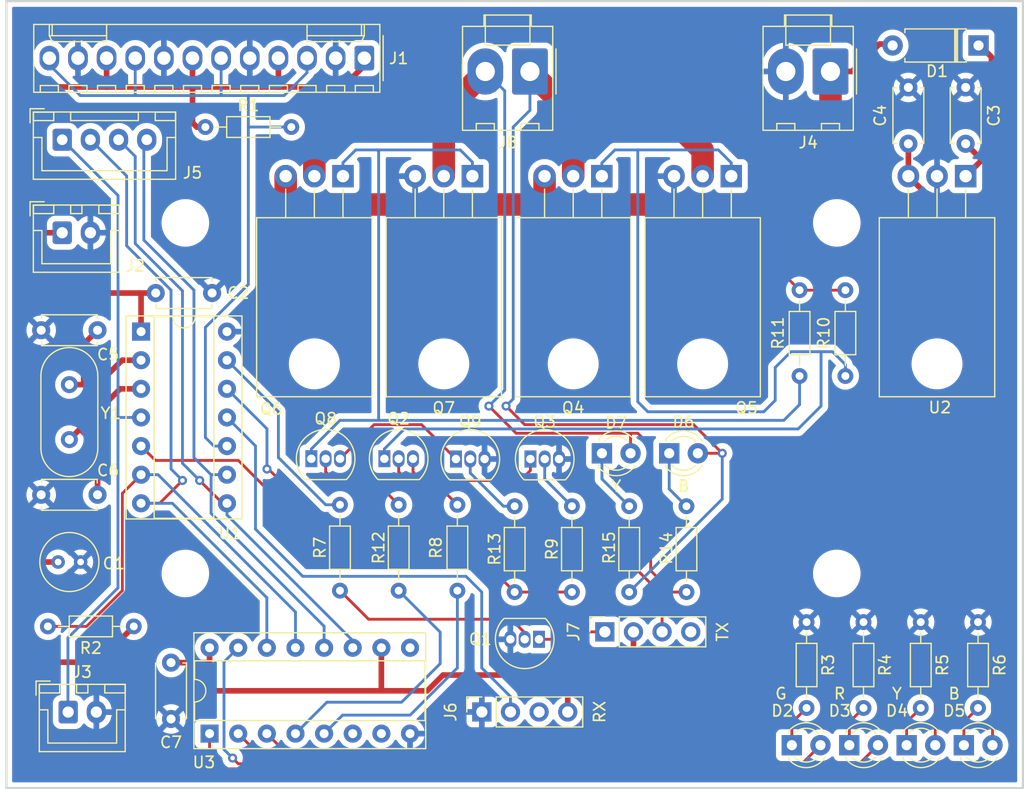
<source format=kicad_pcb>
(kicad_pcb (version 20211014) (generator pcbnew)
  (layers (0 "F.Cu" signal) (31 "B.Cu" signal) (34 "B.Paste" user) (35 "F.Paste" user) (36 "B.SilkS" user "B.Silkscreen") (37 "F.SilkS" user "F.Silkscreen") (38 "B.Mask" user) (39 "F.Mask" user) (44 "Edge.Cuts" user))
  (net 0 "")
  (net 1 "+5V")
  (net 2 "GND")
  (net 3 "/RAD_RX")
  (net 4 "/RAD_TX_EN")
  (net 5 "Net-(Q6-Pad1)")
  (net 6 "/motor/Motor_1")
  (net 7 "+10V")
  (net 8 "Net-(Q8-Pad2)")
  (net 9 "Motor_PWM")
  (net 10 "/motor/Motor_2")
  (net 11 "/SR_RCLK")
  (net 12 "/SR_SER")
  (net 13 "/SR_CLK")
  (net 14 "/SR_OE")
  (net 15 "/OneWire")
  (net 16 "/RAD_TX")
  (net 17 "/LED_G")
  (net 18 "Net-(D2-Pad1)")
  (net 19 "/LED_R")
  (net 20 "Net-(D3-Pad1)")
  (net 21 "/LED_Y")
  (net 22 "Net-(D4-Pad1)")
  (net 23 "/LED_B")
  (net 24 "Net-(D5-Pad1)")
  (net 25 "Net-(D6-Pad1)")
  (net 30 "Net-(J7-Pad1)")
  (net 32 "Motor_A")
  (net 33 "Motor_B")
  (net 34 "Net-(Q1-Pad2)")
  (net 35 "/Reset")
  (net 36 "Net-(Q3-Pad2)")
  (net 37 "Net-(Q2-Pad1)")
  (net 38 "Net-(Q2-Pad2)")
  (net 39 "Net-(Q2-Pad3)")
  (net 40 "Net-(Q8-Pad3)")
  (net 41 "Net-(Q9-Pad2)")
  (net 42 "Net-(D7-Pad1)")
  (net 43 "Net-(C3-Pad2)")
  (net 44 "/XTAL1")
  (net 45 "/XTAL2")
  (footprint "Capacitor_THT:C_Disc_D4.7mm_W2.5mm_P5.00mm" (layer "F.Cu") (at 73.192 51.816)
    (fp_text reference "C2")
    (fp_text value "10nF")
  )
  (footprint "Crystal:Crystal_HC49-4H_Vertical" (layer "F.Cu") (at 65.532 59.944 -90)
    (fp_text reference "Y1")
    (fp_text value "8MHz")
  )
  (footprint "Resistor_THT:R_Axial_DIN0204_L3.6mm_D1.6mm_P7.62mm_Horizontal" (layer "F.Cu") (at 115.189 78.359 90)
    (fp_text reference "R15")
    (fp_text value "1k")
  )
  (footprint "Capacitor_THT:C_Disc_D4.7mm_W2.5mm_P5.00mm" (layer "F.Cu") (at 139.954 38.568 90)
    (fp_text reference "C4")
    (fp_text value "100nF")
  )
  (footprint "Capacitor_THT:C_Disc_D4.7mm_W2.5mm_P5.00mm" (layer "F.Cu") (at 68.032 55.118 180)
    (fp_text reference "C5")
    (fp_text value "22pF")
  )
  (footprint "Resistor_THT:R_Axial_DIN0204_L3.6mm_D1.6mm_P7.62mm_Horizontal" (layer "F.Cu") (at 120.269 78.359 90)
    (fp_text reference "R14")
    (fp_text value "5k")
  )
  (footprint "Package_TO_SOT_THT:TO-220-3_Horizontal_TabDown" (layer "F.Cu") (at 112.7627 41.443 180)
    (fp_text reference "Q4")
    (fp_text value "IRF9530N")
  )
  (footprint "Package_DIP:DIP-16_W7.62mm_Socket" (layer "F.Cu") (at 77.968 90.922 90)
    (fp_text reference "U3")
    (fp_text value "74HC595")
  )
  (footprint "MountingHole:MountingHole_3.2mm_M3" (layer "F.Cu") (at 75.819 76.708)
    (fp_text reference "H4" hide)
    (fp_text value "MountingHole" hide)
  )
  (footprint "LED_THT:LED_D3.0mm" (layer "F.Cu") (at 112.771 66.04)
    (fp_text reference "D7")
    (fp_text value "LED_Sm_Y")
  )
  (footprint "Package_TO_SOT_THT:TO-220-3_Horizontal_TabDown" (layer "F.Cu") (at 101.2819 41.443 180)
    (fp_text reference "Q7")
    (fp_text value "IRF530N")
  )
  (footprint "Resistor_THT:R_Axial_DIN0204_L3.6mm_D1.6mm_P7.62mm_Horizontal" (layer "F.Cu") (at 71.247 81.407 180)
    (fp_text reference "R2")
    (fp_text value "5k")
  )
  (footprint "LED_THT:LED_D3.0mm" (layer "F.Cu") (at 118.74 66.04)
    (fp_text reference "D6")
    (fp_text value "LED_Sm_B")
  )
  (footprint "Package_TO_SOT_THT:TO-220-3_Horizontal_TabDown" (layer "F.Cu") (at 145.034 41.443 180)
    (fp_text reference "U2")
    (fp_text value "L7805")
  )
  (footprint "Package_DIP:DIP-14_W7.62mm_Socket" (layer "F.Cu") (at 71.892 55.24)
    (fp_text reference "U1")
    (fp_text value "ATtiny84A-P")
  )
  (footprint "MountingHole:MountingHole_3.2mm_M3" (layer "F.Cu") (at 75.819 45.593)
    (fp_text reference "H3" hide)
    (fp_text value "MountingHole" hide)
  )
  (footprint "Resistor_THT:R_Axial_DIN0204_L3.6mm_D1.6mm_P7.62mm_Horizontal" (layer "F.Cu") (at 134.366 59.182 90)
    (fp_text reference "R10")
    (fp_text value "2k")
  )
  (footprint "Capacitor_THT:C_Disc_D4.7mm_W2.5mm_P5.00mm" (layer "F.Cu") (at 145.034 33.568 -90)
    (fp_text reference "C3")
    (fp_text value "330nF")
  )
  (footprint "Package_TO_SOT_THT:TO-220-3_Horizontal_TabDown" (layer "F.Cu") (at 124.2435 41.443 180)
    (fp_text reference "Q5")
    (fp_text value "IRF530N")
  )
  (footprint "MountingHole:MountingHole_3.2mm_M3" (layer "F.Cu") (at 133.604 76.708)
    (fp_text reference "H1" hide)
    (fp_text value "MountingHole" hide)
  )
  (footprint "Resistor_THT:R_Axial_DIN0204_L3.6mm_D1.6mm_P7.62mm_Horizontal" (layer "F.Cu") (at 94.742 70.612 -90)
    (fp_text reference "R12")
    (fp_text value "1k")
  )
  (footprint "LED_THT:LED_D3.0mm" (layer "F.Cu") (at 139.7966 91.948)
    (fp_text reference "D4")
    (fp_text value "LED_Sm_Y")
  )
  (footprint "LED_THT:LED_D3.0mm" (layer "F.Cu") (at 144.8766 91.948)
    (fp_text reference "D5")
    (fp_text value "LED_Sm_B")
  )
  (footprint "Resistor_THT:R_Axial_DIN0204_L3.6mm_D1.6mm_P7.62mm_Horizontal" (layer "F.Cu") (at 141.0516 81.026 -90)
    (fp_text reference "R5")
    (fp_text value "1k")
  )
  (footprint "Diode_THT:D_A-405_P7.62mm_Horizontal" (layer "F.Cu") (at 146.177 29.845 180)
    (fp_text reference "D1")
    (fp_text value "1N5408RL")
  )
  (footprint "Connector_PinSocket_2.54mm:PinSocket_1x04_P2.54mm_Vertical" (layer "F.Cu") (at 102.118 89.002 90)
    (fp_text reference "J6")
    (fp_text value "RX_PinHeader_1x04_P2.54mm")
  )
  (footprint "Package_TO_SOT_THT:TO-92_Inline" (layer "F.Cu") (at 86.995 66.527)
    (fp_text reference "Q8")
    (fp_text value "BC549C")
  )
  (footprint "Resistor_THT:R_Axial_DIN0204_L3.6mm_D1.6mm_P7.62mm_Horizontal" (layer "F.Cu") (at 146.1316 81.026 -90)
    (fp_text reference "R6")
    (fp_text value "5k")
  )
  (footprint "Resistor_THT:R_Axial_DIN0204_L3.6mm_D1.6mm_P7.62mm_Horizontal" (layer "F.Cu") (at 89.535 78.232 90)
    (fp_text reference "R7")
    (fp_text value "5k")
  )
  (footprint "Resistor_THT:R_Axial_DIN0204_L3.6mm_D1.6mm_P7.62mm_Horizontal" (layer "F.Cu") (at 105.029 70.739 -90)
    (fp_text reference "R13")
    (fp_text value "1k")
  )
  (footprint "Connector_PinSocket_2.54mm:PinSocket_1x04_P2.54mm_Vertical" (layer "F.Cu") (at 113.03 81.89 90)
    (fp_text reference "J7")
    (fp_text value "TX_PinHeader_1x04_P2.54mm")
  )
  (footprint "Capacitor_THT:C_Radial_D5.0mm_H7.0mm_P2.00mm" (layer "F.Cu") (at 64.532 75.692)
    (fp_text reference "C1")
    (fp_text value "100uF")
  )
  (footprint "Connector_Molex:Molex_KK-396_A-41791-0002_1x02_P3.96mm_Vertical" (layer "F.Cu") (at 133.044 32.153 180)
    (fp_text reference "J4")
    (fp_text value "Conn_01x02_Male")
  )
  (footprint "Connector_Molex:Molex_KK-254_AE-6410-12A_1x12_P2.54mm_Vertical" (layer "F.Cu") (at 91.694 30.968 180)
    (fp_text reference "J1")
    (fp_text value "Conn_01x12_Male")
  )
  (footprint "Resistor_THT:R_Axial_DIN0204_L3.6mm_D1.6mm_P7.62mm_Horizontal" (layer "F.Cu") (at 130.9226 81.026 -90)
    (fp_text reference "R3")
    (fp_text value "5k")
  )
  (footprint "MountingHole:MountingHole_3.2mm_M3" (layer "F.Cu") (at 133.604 45.593)
    (fp_text reference "H2" hide)
    (fp_text value "MountingHole" hide)
  )
  (footprint "LED_THT:LED_D3.0mm" (layer "F.Cu") (at 129.6166 91.948)
    (fp_text reference "D2")
    (fp_text value "LED_Sm_G")
  )
  (footprint "Package_TO_SOT_THT:TO-92_Inline" (layer "F.Cu") (at 99.822 66.548)
    (fp_text reference "Q9")
    (fp_text value "BC549C")
  )
  (footprint "Resistor_THT:R_Axial_DIN0204_L3.6mm_D1.6mm_P7.62mm_Horizontal" (layer "F.Cu") (at 130.302 59.182 90)
    (fp_text reference "R11")
    (fp_text value "2k")
  )
  (footprint "Connector_JST:JST_XH_B2B-XH-A_1x02_P2.50mm_Vertical" (layer "F.Cu") (at 64.897 46.465)
    (fp_text reference "J2")
    (fp_text value "Conn_01x02_Male")
  )
  (footprint "Capacitor_THT:C_Disc_D4.7mm_W2.5mm_P5.00mm" (layer "F.Cu") (at 74.549 84.622 -90)
    (fp_text reference "C7")
    (fp_text value "10nF")
  )
  (footprint "Capacitor_THT:C_Disc_D4.7mm_W2.5mm_P5.00mm" (layer "F.Cu") (at 68.032 69.723 180)
    (fp_text reference "C6")
    (fp_text value "22pF")
  )
  (footprint "Resistor_THT:R_Axial_DIN0204_L3.6mm_D1.6mm_P7.62mm_Horizontal" (layer "F.Cu") (at 110.109 70.739 -90)
    (fp_text reference "R9")
    (fp_text value "1k")
  )
  (footprint "Connector_JST:JST_XH_B4B-XH-A_1x04_P2.50mm_Vertical" (layer "F.Cu") (at 64.897 38.21)
    (fp_text reference "J5")
    (fp_text value "Conn_01x04_Male")
  )
  (footprint "Resistor_THT:R_Axial_DIN0204_L3.6mm_D1.6mm_P7.62mm_Horizontal" (layer "F.Cu") (at 77.597 37.084)
    (fp_text reference "R1")
    (fp_text value "5k")
  )
  (footprint "Resistor_THT:R_Axial_DIN0204_L3.6mm_D1.6mm_P7.62mm_Horizontal" (layer "F.Cu") (at 135.9716 81.026 -90)
    (fp_text reference "R4")
    (fp_text value "1k")
  )
  (footprint "Connector_Molex:Molex_KK-396_A-41791-0002_1x02_P3.96mm_Vertical" (layer "F.Cu") (at 106.3861 32.153 180)
    (fp_text reference "J8")
    (fp_text value "Conn_01x02_Male")
  )
  (footprint "Connector_JST:JST_XH_B2B-XH-A_1x02_P2.50mm_Vertical" (layer "F.Cu") (at 65.425 89.01)
    (fp_text reference "J3")
    (fp_text value "Conn_01x02_Male")
  )
  (footprint "Package_TO_SOT_THT:TO-92_Inline" (layer "F.Cu") (at 106.426 66.548)
    (fp_text reference "Q3")
    (fp_text value "BC549C")
  )
  (footprint "Package_TO_SOT_THT:TO-92_Inline" (layer "F.Cu") (at 93.472 66.527)
    (fp_text reference "Q2")
    (fp_text value "BC549C")
  )
  (footprint "Resistor_THT:R_Axial_DIN0204_L3.6mm_D1.6mm_P7.62mm_Horizontal" (layer "F.Cu") (at 99.949 70.612 -90)
    (fp_text reference "R8")
    (fp_text value "1k")
  )
  (footprint "Package_TO_SOT_THT:TO-92_Inline" (layer "F.Cu") (at 107.188 82.55 180)
    (fp_text reference "Q1")
    (fp_text value "BC549C")
  )
  (footprint "Package_TO_SOT_THT:TO-220-3_Horizontal_TabDown" (layer "F.Cu") (at 89.8011 41.443 180)
    (fp_text reference "Q6")
    (fp_text value "IRF9530N")
  )
  (footprint "LED_THT:LED_D3.0mm" (layer "F.Cu") (at 134.7166 91.948)
    (fp_text reference "D3")
    (fp_text value "LED_Sm_R")
  )
  (gr_rect locked (start 59.944 25.908) (end 150.114 95.758) (layer "Edge.Cuts") (width 0.2) (fill none))
  (segment (start 76.454 33.528) (end 84.074 33.528) (width 0.5) (layer "F.Cu") (net 1))
  (segment (start 89.789 33.528) (end 91.694 31.623) (width 0.5) (layer "F.Cu") (net 1))
  (segment (start 68.834 30.968) (end 68.834 33.528) (width 0.5) (layer "F.Cu") (net 1))
  (segment (start 72.517 87.122) (end 73.279 87.122) (width 0.5) (layer "F.Cu") (net 1))
  (segment (start 84.074 33.528) (end 89.789 33.528) (width 0.5) (layer "F.Cu") (net 1))
  (segment (start 98.679 85.725) (end 109.728 85.725) (width 0.5) (layer "F.Cu") (net 1))
  (segment (start 71.892 51.953) (end 71.755 51.816) (width 0.5) (layer "F.Cu") (net 1))
  (segment (start 109.738 89.002) (end 109.738 85.735) (width 0.5) (layer "F.Cu") (net 1))
  (segment (start 61.214 51.816) (end 61.214 75.692) (width 0.5) (layer "F.Cu") (net 1))
  (segment (start 148.844 82.169) (end 145.288 85.725) (width 0.5) (layer "F.Cu") (net 1))
  (segment (start 69.977 82.677) (end 69.977 84.582) (width 0.5) (layer "F.Cu") (net 1))
  (segment (start 115.57 85.598) (end 115.697 85.725) (width 0.5) (layer "F.Cu") (net 1))
  (segment (start 73.279 87.122) (end 77.978 87.122) (width 0.5) (layer "F.Cu") (net 1))
  (segment (start 93.208 87.112) (end 93.218 87.122) (width 0.5) (layer "F.Cu") (net 1))
  (segment (start 63.5 84.582) (end 69.977 84.582) (width 0.5) (layer "F.Cu") (net 1))
  (segment (start 77.938 84.622) (end 77.968 84.592) (width 0.5) (layer "F.Cu") (net 1))
  (segment (start 76.454 36.703) (end 76.454 33.528) (width 0.5) (layer "F.Cu") (net 1))
  (segment (start 139.954 41.443) (end 139.954 38.568) (width 0.5) (layer "F.Cu") (net 1))
  (segment (start 93.208 83.302) (end 93.208 87.112) (width 0.5) (layer "F.Cu") (net 1))
  (segment (start 93.218 87.122) (end 97.282 87.122) (width 0.5) (layer "F.Cu") (net 1))
  (segment (start 61.214 36.957) (end 61.214 51.816) (width 0.5) (layer "F.Cu") (net 1))
  (segment (start 71.892 55.24) (end 71.892 51.953) (width 0.5) (layer "F.Cu") (net 1))
  (segment (start 64.643 33.528) (end 61.214 36.957) (width 0.5) (layer "F.Cu") (net 1))
  (segment (start 146.65354 43.556986) (end 148.844 45.747446) (width 0.5) (layer "F.Cu") (net 1))
  (segment (start 142.067986 43.556986) (end 146.65354 43.556986) (width 0.5) (layer "F.Cu") (net 1))
  (segment (start 77.968 87.112) (end 77.978 87.122) (width 0.5) (layer "F.Cu") (net 1))
  (segment (start 71.247 81.407) (end 69.977 82.677) (width 0.5) (layer "F.Cu") (net 1))
  (segment (start 148.844 45.747446) (end 148.844 82.169) (width 0.5) (layer "F.Cu") (net 1))
  (segment (start 77.968 83.302) (end 77.968 84.592) (width 0.5) (layer "F.Cu") (net 1))
  (segment (start 76.835 37.084) (end 76.454 36.703) (width 0.5) (layer "F.Cu") (net 1))
  (segment (start 84.074 30.968) (end 84.074 33.528) (width 0.5) (layer "F.Cu") (net 1))
  (segment (start 71.755 51.816) (end 61.214 51.816) (width 0.5) (layer "F.Cu") (net 1))
  (segment (start 77.597 37.084) (end 76.835 37.084) (width 0.5) (layer "F.Cu") (net 1))
  (segment (start 64.532 75.692) (end 61.214 75.692) (width 0.5) (layer "F.Cu") (net 1))
  (segment (start 73.192 51.816) (end 71.755 51.816) (width 0.5) (layer "F.Cu") (net 1))
  (segment (start 68.834 33.528) (end 76.454 33.528) (width 0.5) (layer "F.Cu") (net 1))
  (segment (start 97.282 87.122) (end 98.679 85.725) (width 0.5) (layer "F.Cu") (net 1))
  (segment (start 139.954 41.443) (end 142.067986 43.556986) (width 0.5) (layer "F.Cu") (net 1))
  (segment (start 61.214 82.296) (end 63.5 84.582) (width 0.5) (layer "F.Cu") (net 1))
  (segment (start 74.549 84.622) (end 77.938 84.622) (width 0.5) (layer "F.Cu") (net 1))
  (segment (start 115.57 81.89) (end 115.57 85.598) (width 0.5) (layer "F.Cu") (net 1))
  (segment (start 77.968 84.592) (end 77.968 87.112) (width 0.5) (layer "F.Cu") (net 1))
  (segment (start 69.977 84.582) (end 72.517 87.122) (width 0.5) (layer "F.Cu") (net 1))
  (segment (start 61.214 75.692) (end 61.214 82.296) (width 0.5) (layer "F.Cu") (net 1))
  (segment (start 109.738 85.735) (end 109.728 85.725) (width 0.5) (layer "F.Cu") (net 1))
  (segment (start 68.834 33.528) (end 64.643 33.528) (width 0.5) (layer "F.Cu") (net 1))
  (segment (start 76.454 30.968) (end 76.454 33.528) (width 0.5) (layer "F.Cu") (net 1))
  (segment (start 77.978 87.122) (end 93.218 87.122) (width 0.5) (layer "F.Cu") (net 1))
  (segment (start 64.897 46.465) (end 61.324 46.465) (width 0.5) (layer "F.Cu") (net 1))
  (segment (start 115.697 85.725) (end 109.728 85.725) (width 0.5) (layer "F.Cu") (net 1))
  (segment (start 145.288 85.725) (end 115.697 85.725) (width 0.5) (layer "F.Cu") (net 1))
  (segment (start 100.711 76.962) (end 102.108 78.359) (width 0.25) (layer "B.Cu") (net 3))
  (segment (start 104.658 87.64) (end 104.658 89.002) (width 0.25) (layer "B.Cu") (net 3))
  (segment (start 82.042 65.39) (end 82.042 72.771) (width 0.25) (layer "B.Cu") (net 3))
  (segment (start 79.512 62.86) (end 82.042 65.39) (width 0.25) (layer "B.Cu") (net 3))
  (segment (start 82.042 72.771) (end 86.233 76.962) (width 0.25) (layer "B.Cu") (net 3))
  (segment (start 86.233 76.962) (end 100.711 76.962) (width 0.25) (layer "B.Cu") (net 3))
  (segment (start 102.108 85.09) (end 104.658 87.64) (width 0.25) (layer "B.Cu") (net 3))
  (segment (start 102.108 78.359) (end 102.108 85.09) (width 0.25) (layer "B.Cu") (net 3))
  (segment (start 79.512 57.78) (end 84.074 62.342) (width 0.25) (layer "B.Cu") (net 4))
  (segment (start 88.265 70.612) (end 89.535 70.612) (width 0.25) (layer "B.Cu") (net 4))
  (segment (start 84.074 62.342) (end 84.074 66.421) (width 0.25) (layer "B.Cu") (net 4))
  (segment (start 84.074 66.421) (end 88.265 70.612) (width 0.25) (layer "B.Cu") (net 4))
  (segment (start 89.535 63.119) (end 92.964 63.119) (width 0.25) (layer "B.Cu") (net 5))
  (segment (start 86.995 66.527) (end 86.995 65.659) (width 0.25) (layer "B.Cu") (net 5))
  (segment (start 130.302 59.309) (end 130.302 61.722) (width 0.25) (layer "B.Cu") (net 5))
  (segment (start 89.8011 40.2469) (end 90.932 39.116) (width 0.25) (layer "B.Cu") (net 5))
  (segment (start 89.8011 41.443) (end 89.8011 40.2469) (width 0.25) (layer "B.Cu") (net 5))
  (segment (start 90.932 39.116) (end 92.837 39.116) (width 0.25) (layer "B.Cu") (net 5))
  (segment (start 92.964 39.243) (end 92.837 39.116) (width 0.25) (layer "B.Cu") (net 5))
  (segment (start 130.302 61.722) (end 128.905 63.119) (width 0.25) (layer "B.Cu") (net 5))
  (segment (start 92.837 39.116) (end 100.203 39.116) (width 0.25) (layer "B.Cu") (net 5))
  (segment (start 92.964 63.119) (end 92.964 39.243) (width 0.25) (layer "B.Cu") (net 5))
  (segment (start 100.203 39.116) (end 101.2819 40.1949) (width 0.25) (layer "B.Cu") (net 5))
  (segment (start 128.905 63.119) (end 92.964 63.119) (width 0.25) (layer "B.Cu") (net 5))
  (segment (start 101.2819 40.1949) (end 101.2819 41.443) (width 0.25) (layer "B.Cu") (net 5))
  (segment (start 86.995 65.659) (end 89.535 63.119) (width 0.25) (layer "B.Cu") (net 5))
  (segment (start 105.918 63.5) (end 120.904 63.5) (width 0.25) (layer "F.Cu") (net 6))
  (segment (start 123.444 66.04) (end 121.28 66.04) (width 0.25) (layer "F.Cu") (net 6))
  (segment (start 104.267 61.849) (end 105.918 63.5) (width 0.25) (layer "F.Cu") (net 6))
  (segment (start 118.5396 35.9896) (end 110.2227 35.9896) (width 2) (layer "F.Cu") (net 6))
  (segment (start 121.7035 41.443) (end 121.7035 39.1535) (width 2) (layer "F.Cu") (net 6))
  (segment (start 121.7035 39.1535) (end 118.5396 35.9896) (width 2) (layer "F.Cu") (net 6))
  (segment (start 110.2227 35.9896) (end 110.2227 41.443) (width 2) (layer "F.Cu") (net 6))
  (segment (start 106.3861 32.153) (end 110.2227 35.9896) (width 2) (layer "F.Cu") (net 6))
  (segment (start 120.904 63.5) (end 123.444 66.04) (width 0.25) (layer "F.Cu") (net 6))
  (via (at 104.267 61.849) (size 0.8) (drill 0.4) (layers "F.Cu" "B.Cu") (net 6))
  (via (at 123.444 66.04) (size 0.8) (drill 0.4) (layers "F.Cu" "B.Cu") (net 6))
  (segment (start 123.444 70.104) (end 115.189 78.359) (width 0.25) (layer "B.Cu") (net 6))
  (segment (start 106.3861 35.5999) (end 106.3861 32.153) (width 0.25) (layer "B.Cu") (net 6))
  (segment (start 104.267 61.849) (end 104.902 61.214) (width 0.25) (layer "B.Cu") (net 6))
  (segment (start 123.444 66.04) (end 123.444 70.104) (width 0.25) (layer "B.Cu") (net 6))
  (segment (start 104.902 61.214) (end 104.902 37.084) (width 0.25) (layer "B.Cu") (net 6))
  (segment (start 104.902 37.084) (end 106.3861 35.5999) (width 0.25) (layer "B.Cu") (net 6))
  (segment (start 85.61398 43.95798) (end 107.93402 43.95798) (width 2) (layer "F.Cu") (net 7))
  (segment (start 130.302 51.562) (end 128.00002 49.26002) (width 0.25) (layer "F.Cu") (net 7))
  (segment (start 128.00002 49.26002) (end 128.00002 43.95798) (width 0.25) (layer "F.Cu") (net 7))
  (segment (start 133.044 40.184) (end 133.044 32.153) (width 2) (layer "F.Cu") (net 7))
  (segment (start 137.384 29.718) (end 134.949 32.153) (width 0.5) (layer "F.Cu") (net 7))
  (segment (start 84.7211 43.0651) (end 85.61398 43.95798) (width 2) (layer "F.Cu") (net 7))
  (segment (start 128.524 44.48196) (end 128.00002 43.95798) (width 0.2) (layer "F.Cu") (net 7))
  (segment (start 84.7211 41.443) (end 84.7211 43.0651) (width 2) (layer "F.Cu") (net 7))
  (segment (start 138.557 29.718) (end 137.384 29.718) (width 0.5) (layer "F.Cu") (net 7))
  (segment (start 107.6827 41.443) (end 107.6827 43.70666) (width 2) (layer "F.Cu") (net 7))
  (segment (start 129.27002 43.95798) (end 133.044 40.184) (width 2) (layer "F.Cu") (net 7))
  (segment (start 134.949 32.153) (end 133.044 32.153) (width 0.5) (layer "F.Cu") (net 7))
  (segment (start 128.00002 43.95798) (end 129.27002 43.95798) (width 2) (layer "F.Cu") (net 7))
  (segment (start 107.93402 43.95798) (end 128.00002 43.95798) (width 2) (layer "F.Cu") (net 7))
  (segment (start 134.366 51.562) (end 130.302 51.562) (width 0.25) (layer "F.Cu") (net 7))
  (segment (start 107.6827 43.70666) (end 107.93402 43.95798) (width 2) (layer "F.Cu") (net 7))
  (segment (start 88.265 67.691) (end 88.265 66.527) (width 0.25) (layer "F.Cu") (net 8))
  (segment (start 94.742 70.612) (end 93.218 69.088) (width 0.25) (layer "F.Cu") (net 8))
  (segment (start 93.218 69.088) (end 89.662 69.088) (width 0.25) (layer "F.Cu") (net 8))
  (segment (start 89.662 69.088) (end 88.265 67.691) (width 0.25) (layer "F.Cu") (net 8))
  (segment (start 101.092 74.422) (end 105.029 78.359) (width 0.25) (layer "F.Cu") (net 9))
  (segment (start 80.518 66.675) (end 88.265 74.422) (width 0.25) (layer "F.Cu") (net 9))
  (segment (start 110.109 78.359) (end 105.029 78.359) (width 0.25) (layer "F.Cu") (net 9))
  (segment (start 88.265 74.422) (end 101.092 74.422) (width 0.25) (layer "F.Cu") (net 9))
  (segment (start 73.167 66.675) (end 80.518 66.675) (width 0.25) (layer "F.Cu") (net 9))
  (segment (start 71.892 65.4) (end 73.167 66.675) (width 0.25) (layer "F.Cu") (net 9))
  (segment (start 98.7419 35.8372) (end 98.7419 41.443) (width 2) (layer "F.Cu") (net 10))
  (segment (start 115.951 64.262) (end 117.094 65.405) (width 0.25) (layer "F.Cu") (net 10))
  (segment (start 117.094 65.405) (end 117.094 76.454) (width 0.25) (layer "F.Cu") (net 10))
  (segment (start 118.999 78.359) (end 120.269 78.359) (width 0.25) (layer "F.Cu") (net 10))
  (segment (start 115.316 64.262) (end 115.311 64.267) (width 0.25) (layer "F.Cu") (net 10))
  (segment (start 115.311 64.267) (end 115.311 66.04) (width 0.25) (layer "F.Cu") (net 10))
  (segment (start 117.094 76.454) (end 118.999 78.359) (width 0.25) (layer "F.Cu") (net 10))
  (segment (start 87.2611 39.031478) (end 90.455378 35.8372) (width 2) (layer "F.Cu") (net 10))
  (segment (start 90.455378 35.8372) (end 98.7419 35.8372) (width 2) (layer "F.Cu") (net 10))
  (segment (start 87.2611 41.443) (end 87.2611 39.031478) (width 2) (layer "F.Cu") (net 10))
  (segment (start 115.316 64.262) (end 115.951 64.262) (width 0.25) (layer "F.Cu") (net 10))
  (segment (start 102.743 61.849) (end 105.156 64.262) (width 0.25) (layer "F.Cu") (net 10))
  (segment (start 102.4261 32.153) (end 98.7419 35.8372) (width 2) (layer "F.Cu") (net 10))
  (segment (start 105.156 64.262) (end 115.316 64.262) (width 0.25) (layer "F.Cu") (net 10))
  (via (at 102.743 61.849) (size 0.8) (drill 0.4) (layers "F.Cu" "B.Cu") (net 10))
  (segment (start 104.149 60.443) (end 104.149 33.8759) (width 0.25) (layer "B.Cu") (net 10))
  (segment (start 104.149 33.8759) (end 102.4261 32.153) (width 0.25) (layer "B.Cu") (net 10))
  (segment (start 102.743 61.849) (end 104.149 60.443) (width 0.25) (layer "B.Cu") (net 10))
  (segment (start 76.581 66.421) (end 78.105 67.945) (width 0.25) (layer "B.Cu") (net 11))
  (segment (start 72.397 38.21) (end 72.136 38.471) (width 0.25) (layer "B.Cu") (net 11))
  (segment (start 88.128 83.302) (end 88.128 81.397) (width 0.25) (layer "B.Cu") (net 11))
  (segment (start 78.105 67.945) (end 78.11 67.94) (width 0.25) (layer "B.Cu") (net 11))
  (segment (start 72.136 47.117) (end 76.581 51.562) (width 0.25) (layer "B.Cu") (net 11))
  (segment (start 78.105 71.374) (end 78.105 69.347) (width 0.25) (layer "B.Cu") (net 11))
  (segment (start 76.581 51.562) (end 76.581 66.421) (width 0.25) (layer "B.Cu") (net 11))
  (segment (start 88.128 81.397) (end 78.105 71.374) (width 0.25) (layer "B.Cu") (net 11))
  (segment (start 78.11 67.94) (end 79.512 67.94) (width 0.25) (layer "B.Cu") (net 11))
  (segment (start 78.105 69.347) (end 78.105 67.945) (width 0.25) (layer "B.Cu") (net 11))
  (segment (start 72.136 38.471) (end 72.136 47.117) (width 0.25) (layer "B.Cu") (net 11))
  (segment (start 75.565 68.453) (end 73.538 70.48) (width 0.25) (layer "F.Cu") (net 12))
  (segment (start 73.538 70.48) (end 71.892 70.48) (width 0.25) (layer "F.Cu") (net 12))
  (via (at 75.565 68.453) (size 0.8) (drill 0.4) (layers "F.Cu" "B.Cu") (net 12))
  (segment (start 67.397 38.21) (end 70.612 41.425) (width 0.25) (layer "B.Cu") (net 12))
  (segment (start 74.549 51.562) (end 74.549 67.437) (width 0.25) (layer "B.Cu") (net 12))
  (segment (start 70.612 41.425) (end 70.612 47.625) (width 0.25) (layer "B.Cu") (net 12))
  (segment (start 74.671 70.48) (end 83.048 78.857) (width 0.25) (layer "B.Cu") (net 12))
  (segment (start 74.549 67.437) (end 75.565 68.453) (width 0.25) (layer "B.Cu") (net 12))
  (segment (start 83.048 78.857) (end 83.048 83.302) (width 0.25) (layer "B.Cu") (net 12))
  (segment (start 70.612 47.625) (end 74.549 51.562) (width 0.25) (layer "B.Cu") (net 12))
  (segment (start 71.892 70.48) (end 74.671 70.48) (width 0.25) (layer "B.Cu") (net 12))
  (segment (start 79.116 70.48) (end 79.512 70.48) (width 0.25) (layer "F.Cu") (net 13))
  (segment (start 77.089 68.453) (end 79.116 70.48) (width 0.25) (layer "F.Cu") (net 13))
  (via (at 77.089 68.453) (size 0.8) (drill 0.4) (layers "F.Cu" "B.Cu") (net 13))
  (segment (start 90.668 83.302) (end 90.668 82.667) (width 0.25) (layer "B.Cu") (net 13))
  (segment (start 71.374 47.433104) (end 71.374 39.687) (width 0.25) (layer "B.Cu") (net 13))
  (segment (start 77.089 68.453) (end 75.565 66.929) (width 0.25) (layer "B.Cu") (net 13))
  (segment (start 90.668 82.667) (end 79.512 71.511) (width 0.25) (layer "B.Cu") (net 13))
  (segment (start 75.565 66.929) (end 75.565 51.624104) (width 0.25) (layer "B.Cu") (net 13))
  (segment (start 75.565 51.624104) (end 71.374 47.433104) (width 0.25) (layer "B.Cu") (net 13))
  (segment (start 79.512 71.511) (end 79.512 70.48) (width 0.25) (layer "B.Cu") (net 13))
  (segment (start 71.374 39.687) (end 69.897 38.21) (width 0.25) (layer "B.Cu") (net 13))
  (segment (start 71.892 67.94) (end 70.231 69.601) (width 0.25) (layer "F.Cu") (net 14))
  (segment (start 70.231 78.232) (end 67.056 81.407) (width 0.25) (layer "F.Cu") (net 14))
  (segment (start 70.231 69.601) (end 70.231 78.232) (width 0.25) (layer "F.Cu") (net 14))
  (segment (start 67.056 81.407) (end 63.627 81.407) (width 0.25) (layer "F.Cu") (net 14))
  (segment (start 85.588 83.302) (end 85.588 80.127) (width 0.25) (layer "B.Cu") (net 14))
  (segment (start 73.401 67.94) (end 71.892 67.94) (width 0.25) (layer "B.Cu") (net 14))
  (segment (start 85.588 80.127) (end 73.401 67.94) (width 0.25) (layer "B.Cu") (net 14))
  (segment (start 85.217 37.084) (end 81.407 37.084) (width 0.25) (layer "B.Cu") (net 15))
  (segment (start 71.374 30.968) (end 71.374 34.29) (width 0.25) (layer "B.Cu") (net 15))
  (segment (start 78.994 34.29) (end 71.374 34.29) (width 0.25) (layer "B.Cu") (net 15))
  (segment (start 86.614 32.258) (end 84.582 34.29) (width 0.25) (layer "B.Cu") (net 15))
  (segment (start 66.4945 34.29) (end 63.754 31.5495) (width 0.25) (layer "B.Cu") (net 15))
  (segment (start 84.582 34.29) (end 81.407 34.29) (width 0.25) (layer "B.Cu") (net 15))
  (segment (start 81.407 37.084) (end 81.407 34.29) (width 0.25) (layer "B.Cu") (net 15))
  (segment (start 79.512 65.4) (end 78.354 65.4) (width 0.25) (layer "B.Cu") (net 15))
  (segment (start 86.614 30.968) (end 86.614 32.258) (width 0.25) (layer "B.Cu") (net 15))
  (segment (start 81.407 34.29) (end 78.994 34.29) (width 0.25) (layer "B.Cu") (net 15))
  (segment (start 81.407 51.054) (end 81.407 37.084) (width 0.25) (layer "B.Cu") (net 15))
  (segment (start 78.994 30.968) (end 78.994 34.29) (width 0.25) (layer "B.Cu") (net 15))
  (segment (start 77.597 54.864) (end 81.407 51.054) (width 0.25) (layer "B.Cu") (net 15))
  (segment (start 66.4945 34.29) (end 71.374 34.29) (width 0.25) (layer "B.Cu") (net 15))
  (segment (start 78.354 65.4) (end 77.597 64.643) (width 0.25) (layer "B.Cu") (net 15))
  (segment (start 77.597 64.643) (end 77.597 54.864) (width 0.25) (layer "B.Cu") (net 15))
  (segment (start 83.058 67.437) (end 83.185 67.437) (width 0.25) (layer "F.Cu") (net 16))
  (segment (start 83.185 67.437) (end 88.9 73.152) (width 0.25) (layer "F.Cu") (net 16))
  (segment (start 112.649 73.152) (end 118.11 78.613) (width 0.25) (layer "F.Cu") (net 16))
  (segment (start 88.9 73.152) (end 112.649 73.152) (width 0.25) (layer "F.Cu") (net 16))
  (segment (start 118.11 78.613) (end 118.11 81.89) (width 0.25) (layer "F.Cu") (net 16))
  (via (at 83.058 67.437) (size 0.8) (drill 0.4) (layers "F.Cu" "B.Cu") (net 16))
  (segment (start 83.058 67.437) (end 83.058 63.866) (width 0.25) (layer "B.Cu") (net 16))
  (segment (start 83.058 63.866) (end 79.512 60.32) (width 0.25) (layer "B.Cu") (net 16))
  (segment (start 80.01 93.091) (end 80.518 93.599) (width 0.25) (layer "F.Cu") (net 17))
  (segment (start 80.518 93.599) (end 130.5056 93.599) (width 0.25) (layer "F.Cu") (net 17))
  (segment (start 130.5056 93.599) (end 132.1566 91.948) (width 0.25) (layer "F.Cu") (net 17))
  (via (at 80.01 93.091) (size 0.8) (drill 0.4) (layers "F.Cu" "B.Cu") (net 17))
  (segment (start 79.248 84.562) (end 80.508 83.302) (width 0.25) (layer "B.Cu") (net 17))
  (segment (start 79.248 92.329) (end 79.248 84.562) (width 0.25) (layer "B.Cu") (net 17))
  (segment (start 80.01 93.091) (end 79.248 92.329) (width 0.25) (layer "B.Cu") (net 17))
  (segment (start 129.6166 91.948) (end 129.6166 89.952) (width 0.25) (layer "F.Cu") (net 18))
  (segment (start 129.6166 89.952) (end 130.9226 88.646) (width 0.25) (layer "F.Cu") (net 18))
  (segment (start 77.968 92.573) (end 79.444 94.049) (width 0.25) (layer "F.Cu") (net 19))
  (segment (start 79.444 94.049) (end 135.1556 94.049) (width 0.25) (layer "F.Cu") (net 19))
  (segment (start 135.1556 94.049) (end 137.2566 91.948) (width 0.25) (layer "F.Cu") (net 19))
  (segment (start 77.968 90.922) (end 77.968 92.573) (width 0.25) (layer "F.Cu") (net 19))
  (segment (start 134.7166 91.948) (end 134.7166 89.901) (width 0.25) (layer "F.Cu") (net 20))
  (segment (start 134.7166 89.901) (end 135.9716 88.646) (width 0.25) (layer "F.Cu") (net 20))
  (segment (start 142.3366 87.8536) (end 142.3366 91.948) (width 0.25) (layer "F.Cu") (net 21))
  (segment (start 123.132 93.149) (end 129.344 86.937) (width 0.25) (layer "F.Cu") (net 21))
  (segment (start 141.42 86.937) (end 142.3366 87.8536) (width 0.25) (layer "F.Cu") (net 21))
  (segment (start 129.344 86.937) (end 141.42 86.937) (width 0.25) (layer "F.Cu") (net 21))
  (segment (start 82.735 93.149) (end 123.132 93.149) (width 0.25) (layer "F.Cu") (net 21))
  (segment (start 80.508 90.922) (end 82.735 93.149) (width 0.25) (layer "F.Cu") (net 21))
  (segment (start 139.7966 91.948) (end 139.7966 89.901) (width 0.25) (layer "F.Cu") (net 22))
  (segment (start 139.7966 89.901) (end 141.0516 88.646) (width 0.25) (layer "F.Cu") (net 22))
  (segment (start 129.157604 86.487) (end 146.1135 86.487) (width 0.25) (layer "F.Cu") (net 23))
  (segment (start 146.1135 86.487) (end 147.4166 87.7901) (width 0.25) (layer "F.Cu") (net 23))
  (segment (start 83.048 90.922) (end 84.825 92.699) (width 0.25) (layer "F.Cu") (net 23))
  (segment (start 84.825 92.699) (end 122.945604 92.699) (width 0.25) (layer "F.Cu") (net 23))
  (segment (start 122.945604 92.699) (end 129.157604 86.487) (width 0.25) (layer "F.Cu") (net 23))
  (segment (start 147.4166 87.7901) (end 147.4166 91.948) (width 0.25) (layer "F.Cu") (net 23))
  (segment (start 144.8766 89.901) (end 146.1316 88.646) (width 0.25) (layer "F.Cu") (net 24))
  (segment (start 144.8766 91.948) (end 144.8766 89.901) (width 0.25) (layer "F.Cu") (net 24))
  (segment (start 118.74 66.04) (end 118.74 69.21) (width 0.25) (layer "B.Cu") (net 25))
  (segment (start 118.74 69.21) (end 120.269 70.739) (width 0.25) (layer "B.Cu") (net 25))
  (segment (start 109.601 82.55) (end 110.261 81.89) (width 0.25) (layer "F.Cu") (net 30))
  (segment (start 110.261 81.89) (end 113.03 81.89) (width 0.25) (layer "F.Cu") (net 30))
  (segment (start 107.188 82.55) (end 109.601 82.55) (width 0.25) (layer "F.Cu") (net 30))
  (segment (start 99.949 85.09) (end 99.949 78.232) (width 0.25) (layer "B.Cu") (net 32))
  (segment (start 89.769 89.281) (end 95.758 89.281) (width 0.25) (layer "B.Cu") (net 32))
  (segment (start 95.758 89.281) (end 99.949 85.09) (width 0.25) (layer "B.Cu") (net 32))
  (segment (start 88.128 90.922) (end 89.769 89.281) (width 0.25) (layer "B.Cu") (net 32))
  (segment (start 94.742 78.232) (end 98.425 81.915) (width 0.25) (layer "B.Cu") (net 33))
  (segment (start 98.425 84.709) (end 94.996 88.138) (width 0.25) (layer "B.Cu") (net 33))
  (segment (start 88.372 88.138) (end 85.588 90.922) (width 0.25) (layer "B.Cu") (net 33))
  (segment (start 98.425 81.915) (end 98.425 84.709) (width 0.25) (layer "B.Cu") (net 33))
  (segment (start 94.996 88.138) (end 88.372 88.138) (width 0.25) (layer "B.Cu") (net 33))
  (segment (start 104.721346 80.772) (end 92.075 80.772) (width 0.25) (layer "F.Cu") (net 34))
  (segment (start 92.075 80.772) (end 89.535 78.232) (width 0.25) (layer "F.Cu") (net 34))
  (segment (start 105.918 82.55) (end 105.918 81.968654) (width 0.25) (layer "F.Cu") (net 34))
  (segment (start 105.918 81.968654) (end 104.721346 80.772) (width 0.25) (layer "F.Cu") (net 34))
  (segment (start 69.85 62.855) (end 69.845 62.86) (width 0.25) (layer "B.Cu") (net 35))
  (segment (start 69.85 43.163) (end 69.85 62.855) (width 0.25) (layer "B.Cu") (net 35))
  (segment (start 64.897 38.21) (end 69.85 43.163) (width 0.25) (layer "B.Cu") (net 35))
  (segment (start 65.405 88.99) (end 65.425 89.01) (width 0.25) (layer "B.Cu") (net 35))
  (segment (start 65.405 82.423) (end 65.405 88.99) (width 0.25) (layer "B.Cu") (net 35))
  (segment (start 69.845 77.983) (end 65.405 82.423) (width 0.25) (layer "B.Cu") (net 35))
  (segment (start 71.892 62.86) (end 69.845 62.86) (width 0.25) (layer "B.Cu") (net 35))
  (segment (start 69.845 62.86) (end 69.845 77.983) (width 0.25) (layer "B.Cu") (net 35))
  (segment (start 107.696 68.326) (end 110.109 70.739) (width 0.25) (layer "B.Cu") (net 36))
  (segment (start 107.696 66.548) (end 107.696 68.326) (width 0.25) (layer "B.Cu") (net 36))
  (segment (start 123.1005 39.116) (end 124.2435 40.259) (width 0.25) (layer "B.Cu") (net 37))
  (segment (start 134.366 59.182) (end 134.366 58.166) (width 0.25) (layer "B.Cu") (net 37))
  (segment (start 132.207 57.023) (end 129.54 57.023) (width 0.25) (layer "B.Cu") (net 37))
  (segment (start 115.951 39.116) (end 123.1005 39.116) (width 0.25) (layer "B.Cu") (net 37))
  (segment (start 112.7627 41.443) (end 112.7627 40.2723) (width 0.25) (layer "B.Cu") (net 37))
  (segment (start 132.207 57.023) (end 132.207 61.849) (width 0.25) (layer "B.Cu") (net 37))
  (segment (start 124.2435 40.259) (end 124.2435 41.443) (width 0.25) (layer "B.Cu") (net 37))
  (segment (start 128.143 58.42) (end 128.143 61.341) (width 0.25) (layer "B.Cu") (net 37))
  (segment (start 116.84 62.357) (end 115.951 61.468) (width 0.25) (layer "B.Cu") (net 37))
  (segment (start 115.951 61.468) (end 115.951 39.116) (width 0.25) (layer "B.Cu") (net 37))
  (segment (start 132.207 61.849) (end 130.175 63.881) (width 0.25) (layer "B.Cu") (net 37))
  (segment (start 113.919 39.116) (end 115.951 39.116) (width 0.25) (layer "B.Cu") (net 37))
  (segment (start 93.472 65.659) (end 93.472 66.527) (width 0.25) (layer "B.Cu") (net 37))
  (segment (start 129.54 57.023) (end 128.143 58.42) (width 0.25) (layer "B.Cu") (net 37))
  (segment (start 95.25 63.881) (end 93.472 65.659) (width 0.25) (layer "B.Cu") (net 37))
  (segment (start 112.7627 40.2723) (end 113.919 39.116) (width 0.25) (layer "B.Cu") (net 37))
  (segment (start 127.127 62.357) (end 116.84 62.357) (width 0.25) (layer "B.Cu") (net 37))
  (segment (start 133.223 57.023) (end 132.207 57.023) (width 0.25) (layer "B.Cu") (net 37))
  (segment (start 130.175 63.881) (end 95.25 63.881) (width 0.25) (layer "B.Cu") (net 37))
  (segment (start 134.366 58.166) (end 133.223 57.023) (width 0.25) (layer "B.Cu") (net 37))
  (segment (start 128.143 61.341) (end 127.127 62.357) (width 0.25) (layer "B.Cu") (net 37))
  (segment (start 96.139 69.088) (end 98.425 69.088) (width 0.25) (layer "F.Cu") (net 38))
  (segment (start 98.425 69.088) (end 99.949 70.612) (width 0.25) (layer "F.Cu") (net 38))
  (segment (start 94.742 66.527) (end 94.742 67.691) (width 0.25) (layer "F.Cu") (net 38))
  (segment (start 94.742 67.691) (end 96.139 69.088) (width 0.25) (layer "F.Cu") (net 38))
  (segment (start 105.537 68.453) (end 106.426 67.564) (width 0.25) (layer "F.Cu") (net 39))
  (segment (start 96.012 66.527) (end 96.012 67.691) (width 0.25) (layer "F.Cu") (net 39))
  (segment (start 106.426 67.564) (end 106.426 66.548) (width 0.25) (layer "F.Cu") (net 39))
  (segment (start 96.774 68.453) (end 105.537 68.453) (width 0.25) (layer "F.Cu") (net 39))
  (segment (start 96.012 67.691) (end 96.774 68.453) (width 0.25) (layer "F.Cu") (net 39))
  (segment (start 96.774 63.5) (end 99.822 66.548) (width 0.25) (layer "F.Cu") (net 40))
  (segment (start 89.535 66.527) (end 92.562 63.5) (width 0.25) (layer "F.Cu") (net 40))
  (segment (start 92.562 63.5) (end 96.774 63.5) (width 0.25) (layer "F.Cu") (net 40))
  (segment (start 101.092 67.791949) (end 101.092 66.548) (width 0.25) (layer "B.Cu") (net 41))
  (segment (start 104.039051 70.739) (end 101.092 67.791949) (width 0.25) (layer "B.Cu") (net 41))
  (segment (start 105.029 70.739) (end 104.039051 70.739) (width 0.25) (layer "B.Cu") (net 41))
  (segment (start 112.771 68.321) (end 115.189 70.739) (width 0.25) (layer "B.Cu") (net 42))
  (segment (start 112.771 66.04) (end 112.771 68.321) (width 0.25) (layer "B.Cu") (net 42))
  (segment (start 145.034 38.568) (end 146.3645 39.8985) (width 0.5) (layer "F.Cu") (net 43))
  (segment (start 147.32 30.861) (end 147.32 39.157) (width 0.5) (layer "F.Cu") (net 43))
  (segment (start 146.5785 39.8985) (end 145.034 41.443) (width 0.5) (layer "F.Cu") (net 43))
  (segment (start 146.177 29.718) (end 147.32 30.861) (width 0.5) (layer "F.Cu") (net 43))
  (segment (start 146.3645 39.8985) (end 146.5785 39.8985) (width 0.5) (layer "F.Cu") (net 43))
  (segment (start 147.32 39.157) (end 146.5785 39.8985) (width 0.5) (layer "F.Cu") (net 43))
  (segment (start 68.032 55.118) (end 66.802 56.348) (width 0.5) (layer "F.Cu") (net 44))
  (segment (start 66.802 59.9186) (end 66.7766 59.944) (width 0.5) (layer "F.Cu") (net 44))
  (segment (start 71.892 57.78) (end 70.2106 57.78) (width 0.5) (layer "F.Cu") (net 44))
  (segment (start 66.7766 59.944) (end 65.532 59.944) (width 0.5) (layer "F.Cu") (net 44))
  (segment (start 68.0466 59.944) (end 66.7766 59.944) (width 0.5) (layer "F.Cu") (net 44))
  (segment (start 70.2106 57.78) (end 68.0466 59.944) (width 0.5) (layer "F.Cu") (net 44))
  (segment (start 66.802 56.348) (end 66.802 59.9186) (width 0.5) (layer "F.Cu") (net 44))
  (segment (start 68.032 69.723) (end 68.032 65.4412) (width 0.5) (layer "F.Cu") (net 45))
  (segment (start 70.036 60.32) (end 71.892 60.32) (width 0.5) (layer "F.Cu") (net 45))
  (segment (start 68.032 65.4412) (end 66.4734 63.8826) (width 0.5) (layer "F.Cu") (net 45))
  (segment (start 66.4734 63.8826) (end 70.036 60.32) (width 0.5) (layer "F.Cu") (net 45))
  (segment (start 65.532 64.824) (end 66.4734 63.8826) (width 0.5) (layer "F.Cu") (net 45))
  (zone locked (net 2) (net_name "GND") (layer "B.Cu") (connect_pads (clearance 0.508)) (min_thickness 0.254) (fill yes (thermal_gap 0.508) (thermal_bridge_width 0.508))
    (polygon (pts (xy 150.114 95.758) (xy 59.944 95.758) (xy 59.944 25.908) (xy 150.114 25.908)))
  )
)
</source>
